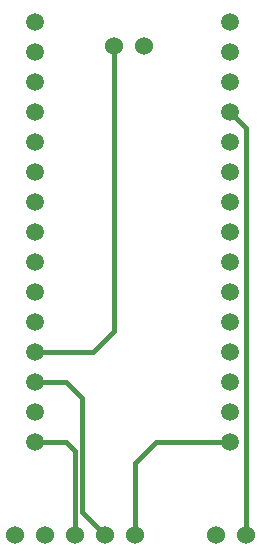
<source format=gbr>
G04 #@! TF.GenerationSoftware,KiCad,Pcbnew,(5.1.2)-1*
G04 #@! TF.CreationDate,2020-03-02T19:29:20-06:00*
G04 #@! TF.ProjectId,NanoBreakoutBoard_Rev1_2020,4e616e6f-4272-4656-916b-6f7574426f61,rev?*
G04 #@! TF.SameCoordinates,Original*
G04 #@! TF.FileFunction,Copper,L1,Top*
G04 #@! TF.FilePolarity,Positive*
%FSLAX46Y46*%
G04 Gerber Fmt 4.6, Leading zero omitted, Abs format (unit mm)*
G04 Created by KiCad (PCBNEW (5.1.2)-1) date 2020-03-02 19:29:20*
%MOMM*%
%LPD*%
G04 APERTURE LIST*
%ADD10C,1.524000*%
%ADD11C,1.520000*%
%ADD12C,0.381000*%
G04 APERTURE END LIST*
D10*
X157480000Y-93218000D03*
X154940000Y-93218000D03*
X163576000Y-134620000D03*
X166116000Y-134620000D03*
D11*
X164719000Y-126746000D03*
X164719000Y-124206000D03*
X164719000Y-121666000D03*
X164719000Y-119126000D03*
X164719000Y-116586000D03*
X164719000Y-114046000D03*
X164719000Y-111506000D03*
X164719000Y-108966000D03*
X164719000Y-106426000D03*
X164719000Y-103886000D03*
X164719000Y-101346000D03*
X164719000Y-98806000D03*
X164719000Y-96266000D03*
X164719000Y-93726000D03*
X164719000Y-91186000D03*
X148209000Y-93726000D03*
X148209000Y-126746000D03*
X148209000Y-108966000D03*
X148209000Y-103886000D03*
X148209000Y-106426000D03*
X148209000Y-111506000D03*
X148209000Y-114046000D03*
X148209000Y-98806000D03*
X148209000Y-124206000D03*
X148209000Y-91186000D03*
X148209000Y-119126000D03*
X148209000Y-121666000D03*
X148209000Y-101346000D03*
X148209000Y-96266000D03*
X148209000Y-116586000D03*
D10*
X146558000Y-134620000D03*
X149098000Y-134620000D03*
X151638000Y-134620000D03*
X154178000Y-134620000D03*
X156718000Y-134620000D03*
D12*
X166116000Y-100203000D02*
X166116000Y-134620000D01*
X164719000Y-98806000D02*
X166116000Y-100203000D01*
X164719000Y-126746000D02*
X158496000Y-126746000D01*
X156718000Y-128524000D02*
X156718000Y-134620000D01*
X158496000Y-126746000D02*
X156718000Y-128524000D01*
X151384000Y-119126000D02*
X148209000Y-119126000D01*
X153162000Y-119126000D02*
X151384000Y-119126000D01*
X154940000Y-117348000D02*
X153162000Y-119126000D01*
X154940000Y-93218000D02*
X154940000Y-117348000D01*
X148209000Y-126746000D02*
X150876000Y-126746000D01*
X151638000Y-127508000D02*
X151638000Y-134620000D01*
X150876000Y-126746000D02*
X151638000Y-127508000D01*
X152219010Y-132661010D02*
X154178000Y-134620000D01*
X152219010Y-123009010D02*
X152219010Y-132661010D01*
X148209000Y-121666000D02*
X150876000Y-121666000D01*
X150876000Y-121666000D02*
X152219010Y-123009010D01*
M02*

</source>
